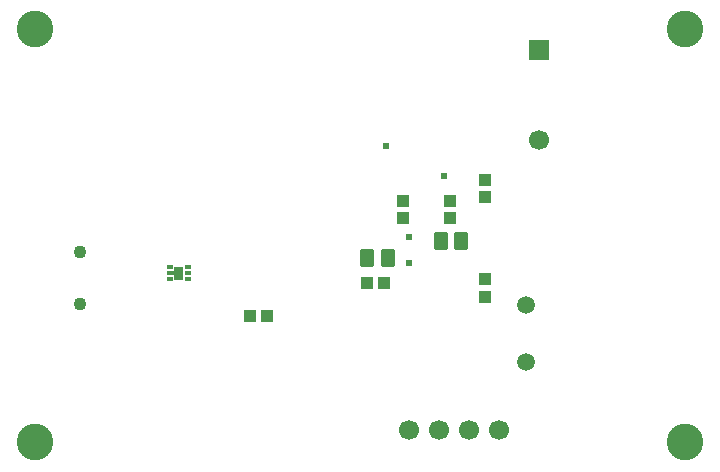
<source format=gbs>
G04*
G04 #@! TF.GenerationSoftware,Altium Limited,Altium Designer,21.0.8 (223)*
G04*
G04 Layer_Color=16711935*
%FSLAX24Y24*%
%MOIN*%
G70*
G04*
G04 #@! TF.SameCoordinates,F91D3ADF-50DC-415E-B976-C9826125F88D*
G04*
G04*
G04 #@! TF.FilePolarity,Negative*
G04*
G01*
G75*
G04:AMPARAMS|DCode=28|XSize=41.3mil|YSize=41.3mil|CornerRadius=3.8mil|HoleSize=0mil|Usage=FLASHONLY|Rotation=180.000|XOffset=0mil|YOffset=0mil|HoleType=Round|Shape=RoundedRectangle|*
%AMROUNDEDRECTD28*
21,1,0.0413,0.0337,0,0,180.0*
21,1,0.0337,0.0413,0,0,180.0*
1,1,0.0077,-0.0168,0.0168*
1,1,0.0077,0.0168,0.0168*
1,1,0.0077,0.0168,-0.0168*
1,1,0.0077,-0.0168,-0.0168*
%
%ADD28ROUNDEDRECTD28*%
G04:AMPARAMS|DCode=29|XSize=47.2mil|YSize=59.1mil|CornerRadius=4.1mil|HoleSize=0mil|Usage=FLASHONLY|Rotation=0.000|XOffset=0mil|YOffset=0mil|HoleType=Round|Shape=RoundedRectangle|*
%AMROUNDEDRECTD29*
21,1,0.0472,0.0508,0,0,0.0*
21,1,0.0390,0.0591,0,0,0.0*
1,1,0.0083,0.0195,-0.0254*
1,1,0.0083,-0.0195,-0.0254*
1,1,0.0083,-0.0195,0.0254*
1,1,0.0083,0.0195,0.0254*
%
%ADD29ROUNDEDRECTD29*%
G04:AMPARAMS|DCode=35|XSize=41.3mil|YSize=41.3mil|CornerRadius=3.8mil|HoleSize=0mil|Usage=FLASHONLY|Rotation=90.000|XOffset=0mil|YOffset=0mil|HoleType=Round|Shape=RoundedRectangle|*
%AMROUNDEDRECTD35*
21,1,0.0413,0.0337,0,0,90.0*
21,1,0.0337,0.0413,0,0,90.0*
1,1,0.0077,0.0168,0.0168*
1,1,0.0077,0.0168,-0.0168*
1,1,0.0077,-0.0168,-0.0168*
1,1,0.0077,-0.0168,0.0168*
%
%ADD35ROUNDEDRECTD35*%
%ADD42C,0.0591*%
%ADD43C,0.0669*%
%ADD44C,0.1220*%
%ADD45C,0.0433*%
%ADD46R,0.0669X0.0669*%
%ADD47C,0.0240*%
%ADD60R,0.0217X0.0157*%
G36*
X5900Y6845D02*
X5904Y6843D01*
X5907Y6842D01*
X5910Y6839D01*
X5913Y6836D01*
X5915Y6833D01*
X5916Y6829D01*
X5916Y6825D01*
Y6431D01*
X5916Y6428D01*
X5915Y6424D01*
X5913Y6421D01*
X5910Y6418D01*
X5907Y6415D01*
X5904Y6413D01*
X5900Y6412D01*
X5896Y6412D01*
X5621D01*
X5617Y6412D01*
X5613Y6413D01*
X5610Y6415D01*
X5607Y6418D01*
X5604Y6421D01*
X5603Y6424D01*
X5601Y6428D01*
X5601Y6431D01*
Y6550D01*
X5562D01*
X5558Y6550D01*
X5554Y6551D01*
X5551Y6553D01*
X5548Y6555D01*
X5545Y6558D01*
X5544Y6562D01*
X5542Y6565D01*
X5542Y6569D01*
Y6687D01*
X5542Y6691D01*
X5544Y6695D01*
X5545Y6698D01*
X5548Y6701D01*
X5551Y6704D01*
X5554Y6706D01*
X5558Y6707D01*
X5562Y6707D01*
X5601D01*
Y6825D01*
X5601Y6829D01*
X5603Y6833D01*
X5604Y6836D01*
X5607Y6839D01*
X5610Y6842D01*
X5613Y6843D01*
X5617Y6845D01*
X5621Y6845D01*
X5896D01*
X5900Y6845D01*
D02*
G37*
D28*
X12589Y6313D02*
D03*
X12019D02*
D03*
X8698Y5191D02*
D03*
X8128D02*
D03*
D29*
X12048Y7121D02*
D03*
X12737D02*
D03*
X14492Y7711D02*
D03*
X15181D02*
D03*
D35*
X15975Y6419D02*
D03*
Y5848D02*
D03*
X13235Y9027D02*
D03*
Y8456D02*
D03*
X14814Y8466D02*
D03*
Y9037D02*
D03*
X15975Y9730D02*
D03*
Y9159D02*
D03*
D42*
X17324Y3656D02*
D03*
Y5577D02*
D03*
D43*
X17770Y11080D02*
D03*
X16420Y1400D02*
D03*
X15420D02*
D03*
X14420D02*
D03*
X13420D02*
D03*
D44*
X22638Y984D02*
D03*
X984Y984D02*
D03*
X22638Y14764D02*
D03*
X984D02*
D03*
D45*
X2468Y5605D02*
D03*
Y7337D02*
D03*
D46*
X17770Y14080D02*
D03*
D47*
X13420Y7835D02*
D03*
Y6980D02*
D03*
X12660Y10860D02*
D03*
X14610Y9860D02*
D03*
D60*
X5483Y6628D02*
D03*
X6054Y6825D02*
D03*
Y6628D02*
D03*
Y6431D02*
D03*
X5483Y6825D02*
D03*
Y6431D02*
D03*
M02*

</source>
